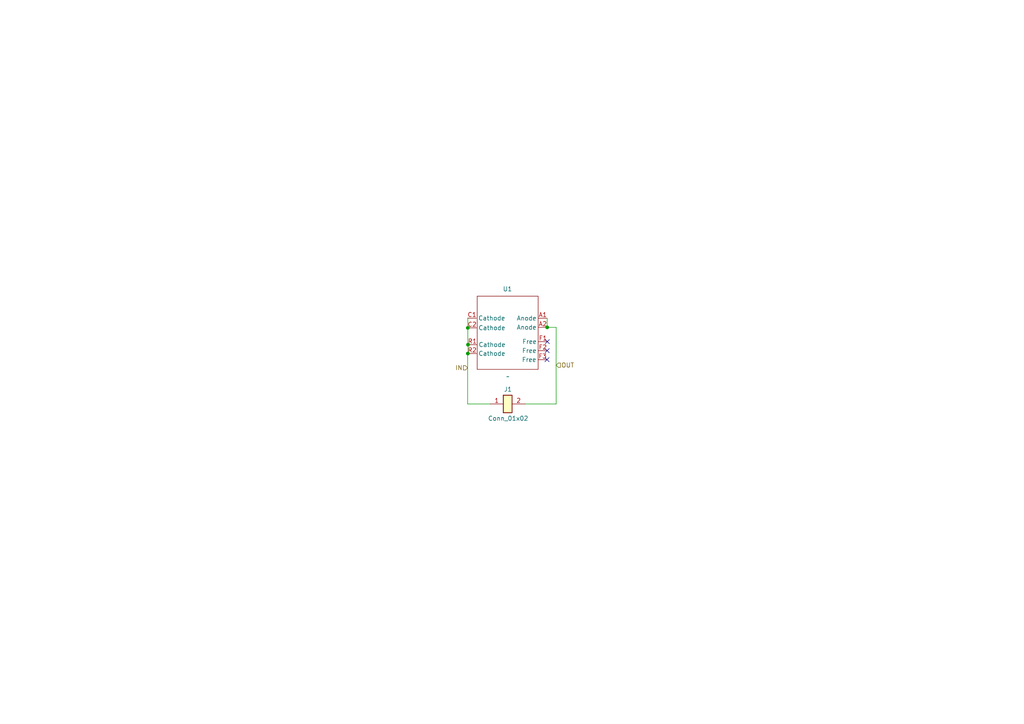
<source format=kicad_sch>
(kicad_sch (version 20230121) (generator eeschema)

  (uuid 003e91a7-1682-47be-8bcb-0d42bc83000d)

  (paper "A4")

  (lib_symbols
    (symbol "EOS_library:AFBR-S4N33C013" (in_bom yes) (on_board yes)
      (property "Reference" "U" (at -0.0508 -12.573 0)
        (effects (font (size 1.27 1.27)))
      )
      (property "Value" "" (at 0 0 0)
        (effects (font (size 1.27 1.27)))
      )
      (property "Footprint" "" (at 0 0 0)
        (effects (font (size 1.27 1.27)) hide)
      )
      (property "Datasheet" "" (at 0 0 0)
        (effects (font (size 1.27 1.27)) hide)
      )
      (symbol "AFBR-S4N33C013_0_1"
        (rectangle (start -8.9154 10.6172) (end 8.763 -10.6172)
          (stroke (width 0) (type default))
          (fill (type none))
        )
      )
      (symbol "AFBR-S4N33C013_1_1"
        (pin input line (at 11.3792 4.2164 180) (length 2.54)
          (name "Anode" (effects (font (size 1.27 1.27))))
          (number "A1" (effects (font (size 1.27 1.27))))
        )
        (pin input line (at 11.3792 1.5748 180) (length 2.54)
          (name "Anode" (effects (font (size 1.27 1.27))))
          (number "A2" (effects (font (size 1.27 1.27))))
        )
        (pin input line (at -11.684 4.2418 0) (length 2.54)
          (name "Cathode" (effects (font (size 1.27 1.27))))
          (number "C1" (effects (font (size 1.27 1.27))))
        )
        (pin input line (at -11.6332 1.4224 0) (length 2.54)
          (name "Cathode" (effects (font (size 1.27 1.27))))
          (number "C2" (effects (font (size 1.27 1.27))))
        )
        (pin input line (at 11.43 -2.5654 180) (length 2.54)
          (name "Free" (effects (font (size 1.27 1.27))))
          (number "F1" (effects (font (size 1.27 1.27))))
        )
        (pin input line (at 11.3792 -5.1816 180) (length 2.54)
          (name "Free" (effects (font (size 1.27 1.27))))
          (number "F2" (effects (font (size 1.27 1.27))))
        )
        (pin input line (at 11.3284 -7.7978 180) (length 2.54)
          (name "Free" (effects (font (size 1.27 1.27))))
          (number "F3" (effects (font (size 1.27 1.27))))
        )
        (pin input line (at -11.5824 -3.4544 0) (length 2.54)
          (name "Cathode" (effects (font (size 1.27 1.27))))
          (number "R1" (effects (font (size 1.27 1.27))))
        )
        (pin input line (at -11.6332 -6.0198 0) (length 2.54)
          (name "Cathode" (effects (font (size 1.27 1.27))))
          (number "R2" (effects (font (size 1.27 1.27))))
        )
      )
    )
    (symbol "EOS_library:Conn_01x02" (pin_names (offset 1.016) hide) (in_bom yes) (on_board yes)
      (property "Reference" "J" (at 0 2.54 0)
        (effects (font (size 1.27 1.27)))
      )
      (property "Value" "Conn_01x02" (at 0 -5.08 0)
        (effects (font (size 1.27 1.27)))
      )
      (property "Footprint" "" (at 0 0 0)
        (effects (font (size 1.27 1.27)) hide)
      )
      (property "Datasheet" "~" (at 0 0 0)
        (effects (font (size 1.27 1.27)) hide)
      )
      (property "ki_keywords" "connector" (at 0 0 0)
        (effects (font (size 1.27 1.27)) hide)
      )
      (property "ki_description" "Generic connector, single row, 01x02, script generated (kicad-library-utils/schlib/autogen/connector/)" (at 0 0 0)
        (effects (font (size 1.27 1.27)) hide)
      )
      (property "ki_fp_filters" "Connector*:*_1x??_*" (at 0 0 0)
        (effects (font (size 1.27 1.27)) hide)
      )
      (symbol "Conn_01x02_1_1"
        (rectangle (start -1.27 1.27) (end 1.27 -3.81)
          (stroke (width 0.254) (type default))
          (fill (type background))
        )
        (pin passive line (at -5.08 -1.27 0) (length 3.81)
          (name "Pin_1" (effects (font (size 1.27 1.27))))
          (number "1" (effects (font (size 1.27 1.27))))
        )
        (pin passive line (at 5.08 -1.27 180) (length 3.81)
          (name "Pin_2" (effects (font (size 1.27 1.27))))
          (number "2" (effects (font (size 1.27 1.27))))
        )
      )
    )
  )

  (junction (at 135.6868 95.0976) (diameter 0) (color 0 0 0 0)
    (uuid 1a31979c-6161-4835-a50a-fea8500af0e9)
  )
  (junction (at 135.6868 102.5398) (diameter 0) (color 0 0 0 0)
    (uuid 87ac7f93-115a-4a36-a621-da0b33d40c96)
  )
  (junction (at 135.7376 99.9744) (diameter 0) (color 0 0 0 0)
    (uuid 8abdc265-0727-4626-a3f9-07f8aa26e9dc)
  )
  (junction (at 158.6992 94.9452) (diameter 0) (color 0 0 0 0)
    (uuid f57c7003-0eba-472b-a1ef-abde7e84aea9)
  )

  (no_connect (at 158.6484 104.3178) (uuid 13500c56-66a6-42b8-b0b7-0bb2e8b9d594))
  (no_connect (at 158.6992 101.7016) (uuid 42919dff-599c-409c-b4af-1af1b0135ed9))
  (no_connect (at 158.75 99.0854) (uuid 95922dc7-e125-48f2-b48f-4b00ae0a8148))

  (wire (pts (xy 135.6868 92.2782) (xy 135.636 92.2782))
    (stroke (width 0) (type default))
    (uuid 06129031-158d-4742-8d0c-e37b6255a36d)
  )
  (wire (pts (xy 135.636 102.5398) (xy 135.636 117.1702))
    (stroke (width 0) (type default))
    (uuid 1414df1b-7dc4-4a26-a5b5-eccd35d884a0)
  )
  (wire (pts (xy 161.29 105.918) (xy 161.3154 117.1702))
    (stroke (width 0) (type default))
    (uuid 3b212433-f44e-4dcc-9656-28ec3199f2f3)
  )
  (wire (pts (xy 161.3154 94.9452) (xy 161.29 105.918))
    (stroke (width 0) (type default))
    (uuid 4aa60d57-033a-4b06-a098-86b772af0845)
  )
  (wire (pts (xy 135.7376 102.5398) (xy 135.7376 99.9744))
    (stroke (width 0) (type default))
    (uuid 651715ed-bb07-4bb6-9652-b1fd78b6af59)
  )
  (wire (pts (xy 135.6868 102.5398) (xy 135.7376 102.5398))
    (stroke (width 0) (type default))
    (uuid 6e3f8b83-65fb-4b17-a733-442f3316b637)
  )
  (wire (pts (xy 135.7376 99.9744) (xy 135.6868 99.9744))
    (stroke (width 0) (type default))
    (uuid 6f3103e7-bb5b-4df2-a750-e872a92f01a8)
  )
  (wire (pts (xy 135.636 102.5398) (xy 135.6868 102.5398))
    (stroke (width 0) (type default))
    (uuid 9f303509-e148-4957-8696-b54b4cd22340)
  )
  (wire (pts (xy 135.6868 99.9744) (xy 135.6868 95.0976))
    (stroke (width 0) (type default))
    (uuid a6d010ff-9e1b-4922-9e99-31e31b1ef1cc)
  )
  (wire (pts (xy 135.6868 95.0976) (xy 135.6868 92.2782))
    (stroke (width 0) (type default))
    (uuid aae3b0ae-8495-4c99-8d77-0fca0b30244a)
  )
  (wire (pts (xy 158.6992 92.3036) (xy 158.6992 94.9452))
    (stroke (width 0) (type default))
    (uuid b3cb4823-be4d-4fc5-90a5-3361566ab5fe)
  )
  (wire (pts (xy 161.3154 94.9452) (xy 158.6992 94.9452))
    (stroke (width 0) (type default))
    (uuid ba0ef85c-5195-4479-9117-5b113636b8c4)
  )
  (wire (pts (xy 135.636 117.1702) (xy 142.1638 117.1702))
    (stroke (width 0) (type default))
    (uuid bb55e18a-a33e-48ce-bd33-b6123eb50e2e)
  )
  (wire (pts (xy 161.3154 117.1702) (xy 152.3238 117.1702))
    (stroke (width 0) (type default))
    (uuid ca4d3ed6-645a-425f-b619-8352707176b4)
  )

  (hierarchical_label "OUT" (shape input) (at 161.29 105.918 0) (fields_autoplaced)
    (effects (font (size 1.27 1.27)) (justify left))
    (uuid 3fe51344-09fa-40a7-ae97-39382bbe1dce)
  )
  (hierarchical_label "IN" (shape input) (at 135.636 106.68 180) (fields_autoplaced)
    (effects (font (size 1.27 1.27)) (justify right))
    (uuid 9e0de039-be8b-4686-bb34-f5c764b65ed2)
  )

  (symbol (lib_id "EOS_library:Conn_01x02") (at 147.2438 115.9002 0) (unit 1)
    (in_bom yes) (on_board yes) (dnp no)
    (uuid 0a954dfe-9618-4a09-b896-bded112982b8)
    (property "Reference" "J1" (at 147.32 112.9284 0)
      (effects (font (size 1.27 1.27)))
    )
    (property "Value" "Conn_01x02" (at 147.3962 121.3612 0)
      (effects (font (size 1.27 1.27)))
    )
    (property "Footprint" "Connector_PinHeader_1.27mm:PinHeader_1x02_P1.27mm_Vertical" (at 147.2438 115.9002 0)
      (effects (font (size 1.27 1.27)) hide)
    )
    (property "Datasheet" "~" (at 147.2438 115.9002 0)
      (effects (font (size 1.27 1.27)) hide)
    )
    (pin "1" (uuid f4e55785-2e43-43f9-b5bd-f36c819a0c26))
    (pin "2" (uuid fe769b80-417e-4bc7-8604-b96821b63a47))
    (instances
      (project "eos_trigger_proto"
        (path "/35db8c63-fd46-4d81-b248-207e32fc4dfb/23e0edf2-5306-4a3c-8e49-3ebf9dd0f3c4"
          (reference "J1") (unit 1)
        )
      )
    )
  )

  (symbol (lib_id "EOS_library:AFBR-S4N33C013") (at 147.32 96.52 0) (unit 1)
    (in_bom yes) (on_board yes) (dnp no)
    (uuid 3bb7efe2-1fec-4d67-8e42-bda470bb83d9)
    (property "Reference" "U1" (at 147.193 83.82 0)
      (effects (font (size 1.27 1.27)))
    )
    (property "Value" "~" (at 147.32 109.22 0)
      (effects (font (size 1.27 1.27)))
    )
    (property "Footprint" "EOS_library:AFBR-S4N33C013" (at 147.32 96.52 0)
      (effects (font (size 1.27 1.27)) hide)
    )
    (property "Datasheet" "" (at 147.32 96.52 0)
      (effects (font (size 1.27 1.27)) hide)
    )
    (pin "A1" (uuid 20ed3824-22f2-4c61-9d48-72ea64453eb3))
    (pin "A2" (uuid d6d57928-3e0e-46f8-b9fc-3f973adaaa4d))
    (pin "C1" (uuid b9778510-c1f1-482f-8b2b-37231550aa49))
    (pin "C2" (uuid 83fc73c8-3088-488d-8806-04fc51cc901f))
    (pin "F1" (uuid dc1885e2-6fc8-42a9-a205-ef8fcfb5e546))
    (pin "F2" (uuid 5c51807c-e3cf-46aa-afd0-cc2cac79ca23))
    (pin "F3" (uuid 73fd4288-f9cc-41a8-baca-4b8a24dc6ad3))
    (pin "R1" (uuid 2fa2e5f5-0250-4fd6-aea9-91a345d1787c))
    (pin "R2" (uuid 63425927-52cb-44bf-b9db-5be3c5aae22a))
    (instances
      (project "eos_trigger_proto"
        (path "/35db8c63-fd46-4d81-b248-207e32fc4dfb/23e0edf2-5306-4a3c-8e49-3ebf9dd0f3c4"
          (reference "U1") (unit 1)
        )
      )
    )
  )
)

</source>
